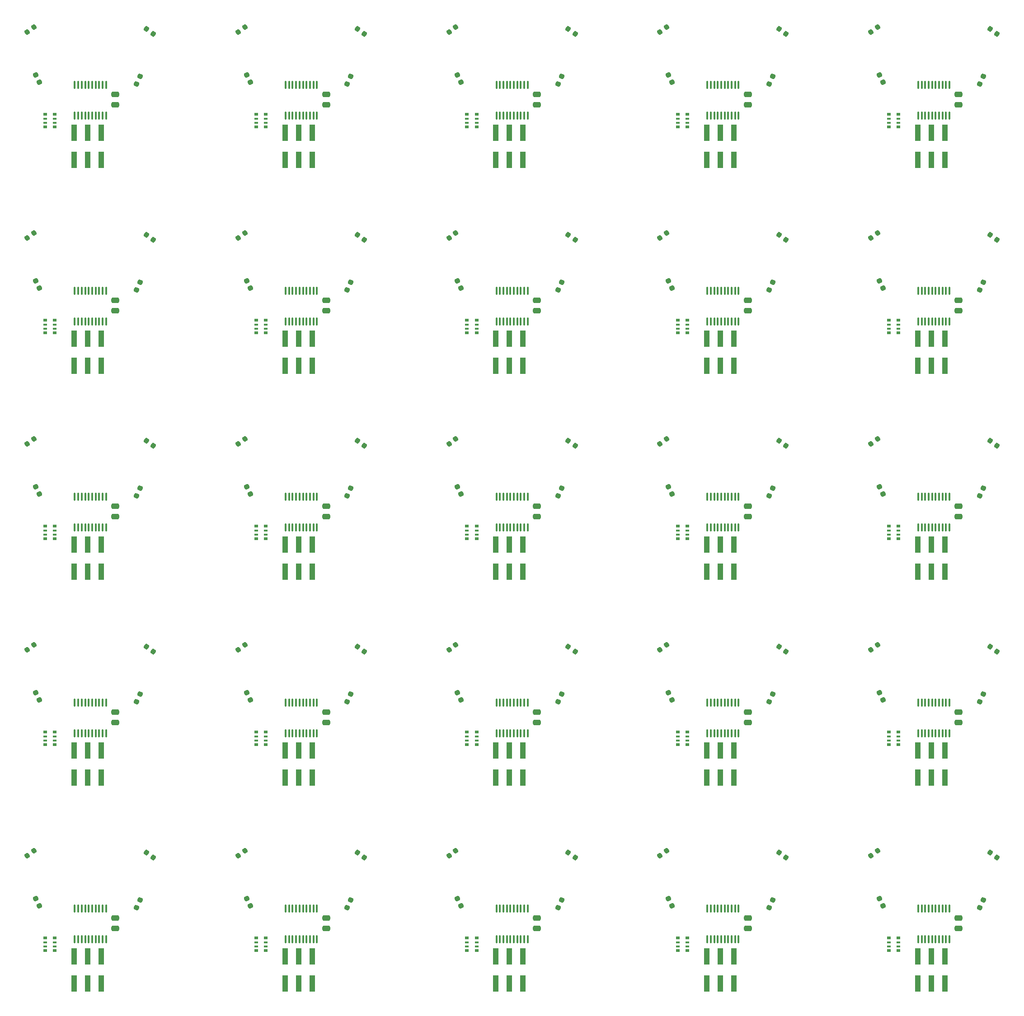
<source format=gbr>
%TF.GenerationSoftware,KiCad,Pcbnew,9.0.2*%
%TF.CreationDate,2025-06-25T16:30:57-05:00*%
%TF.ProjectId,panel,70616e65-6c2e-46b6-9963-61645f706362,rev?*%
%TF.SameCoordinates,Original*%
%TF.FileFunction,Paste,Bot*%
%TF.FilePolarity,Positive*%
%FSLAX46Y46*%
G04 Gerber Fmt 4.6, Leading zero omitted, Abs format (unit mm)*
G04 Created by KiCad (PCBNEW 9.0.2) date 2025-06-25 16:30:57*
%MOMM*%
%LPD*%
G01*
G04 APERTURE LIST*
G04 Aperture macros list*
%AMRoundRect*
0 Rectangle with rounded corners*
0 $1 Rounding radius*
0 $2 $3 $4 $5 $6 $7 $8 $9 X,Y pos of 4 corners*
0 Add a 4 corners polygon primitive as box body*
4,1,4,$2,$3,$4,$5,$6,$7,$8,$9,$2,$3,0*
0 Add four circle primitives for the rounded corners*
1,1,$1+$1,$2,$3*
1,1,$1+$1,$4,$5*
1,1,$1+$1,$6,$7*
1,1,$1+$1,$8,$9*
0 Add four rect primitives between the rounded corners*
20,1,$1+$1,$2,$3,$4,$5,0*
20,1,$1+$1,$4,$5,$6,$7,0*
20,1,$1+$1,$6,$7,$8,$9,0*
20,1,$1+$1,$8,$9,$2,$3,0*%
G04 Aperture macros list end*
%ADD10R,1.000000X3.150000*%
%ADD11RoundRect,0.218750X0.134422X-0.308944X0.326210X0.084279X-0.134422X0.308944X-0.326210X-0.084279X0*%
%ADD12RoundRect,0.100000X-0.100000X0.637500X-0.100000X-0.637500X0.100000X-0.637500X0.100000X0.637500X0*%
%ADD13RoundRect,0.218750X-0.326210X0.084279X-0.134422X-0.308944X0.326210X-0.084279X0.134422X0.308944X0*%
%ADD14RoundRect,0.218750X0.326168X0.084438X-0.032211X0.335378X-0.326168X-0.084438X0.032211X-0.335378X0*%
%ADD15RoundRect,0.218750X0.014614X0.336604X-0.330141X0.067252X-0.014614X-0.336604X0.330141X-0.067252X0*%
%ADD16R,0.800000X0.500000*%
%ADD17R,0.800000X0.400000*%
%ADD18RoundRect,0.250000X0.475000X-0.250000X0.475000X0.250000X-0.475000X0.250000X-0.475000X-0.250000X0*%
G04 APERTURE END LIST*
D10*
%TO.C,J1*%
X105941184Y-132171164D03*
X105941184Y-137221164D03*
X108481184Y-132171164D03*
X108481184Y-137221164D03*
X111021184Y-132171164D03*
X111021184Y-137221164D03*
%TD*%
D11*
%TO.C,D6*%
X196598408Y-200211574D03*
X197288842Y-198795974D03*
%TD*%
D12*
%TO.C,U1*%
X66547572Y-84613459D03*
X67197572Y-84613459D03*
X67847572Y-84613459D03*
X68497572Y-84613459D03*
X69147572Y-84613459D03*
X69797572Y-84613459D03*
X70447572Y-84613459D03*
X71097572Y-84613459D03*
X71747572Y-84613459D03*
X72397572Y-84613459D03*
X72397572Y-90338459D03*
X71747572Y-90338459D03*
X71097572Y-90338459D03*
X70447572Y-90338459D03*
X69797572Y-90338459D03*
X69147572Y-90338459D03*
X68497572Y-90338459D03*
X67847572Y-90338459D03*
X67197572Y-90338459D03*
X66547572Y-90338459D03*
%TD*%
D13*
%TO.C,D2*%
X59227355Y-121288364D03*
X59917789Y-122703964D03*
%TD*%
%TO.C,D2*%
X138244579Y-82680659D03*
X138935013Y-84096259D03*
%TD*%
D14*
%TO.C,D8*%
X199798408Y-152203869D03*
X198508244Y-151300487D03*
%TD*%
D13*
%TO.C,D2*%
X98735967Y-198503774D03*
X99426401Y-199919374D03*
%TD*%
%TO.C,D2*%
X98735967Y-82680659D03*
X99426401Y-84096259D03*
%TD*%
D15*
%TO.C,D4*%
X98405002Y-112305136D03*
X97163886Y-113274802D03*
%TD*%
D11*
%TO.C,D6*%
X196598408Y-161603869D03*
X197288842Y-160188269D03*
%TD*%
D16*
%TO.C,RN1*%
X219057020Y-53880754D03*
D17*
X219057020Y-53080754D03*
X219057020Y-52280754D03*
D16*
X219057020Y-51480754D03*
X220857020Y-51480754D03*
D17*
X220857020Y-52280754D03*
X220857020Y-53080754D03*
D16*
X220857020Y-53880754D03*
%TD*%
D15*
%TO.C,D4*%
X98405002Y-35089726D03*
X97163886Y-36059392D03*
%TD*%
D18*
%TO.C,C1*%
X192648408Y-88288459D03*
X192648408Y-86388459D03*
%TD*%
D11*
%TO.C,D6*%
X78072572Y-45780754D03*
X78763006Y-44365154D03*
%TD*%
%TO.C,D6*%
X196598408Y-84388459D03*
X197288842Y-82972859D03*
%TD*%
D13*
%TO.C,D2*%
X138244579Y-198503774D03*
X138935013Y-199919374D03*
%TD*%
%TO.C,D2*%
X217261803Y-44072954D03*
X217952237Y-45488554D03*
%TD*%
D12*
%TO.C,U1*%
X224582020Y-200436574D03*
X225232020Y-200436574D03*
X225882020Y-200436574D03*
X226532020Y-200436574D03*
X227182020Y-200436574D03*
X227832020Y-200436574D03*
X228482020Y-200436574D03*
X229132020Y-200436574D03*
X229782020Y-200436574D03*
X230432020Y-200436574D03*
X230432020Y-206161574D03*
X229782020Y-206161574D03*
X229132020Y-206161574D03*
X228482020Y-206161574D03*
X227832020Y-206161574D03*
X227182020Y-206161574D03*
X226532020Y-206161574D03*
X225882020Y-206161574D03*
X225232020Y-206161574D03*
X224582020Y-206161574D03*
%TD*%
D16*
%TO.C,RN1*%
X61022572Y-169703869D03*
D17*
X61022572Y-168903869D03*
X61022572Y-168103869D03*
D16*
X61022572Y-167303869D03*
X62822572Y-167303869D03*
D17*
X62822572Y-168103869D03*
X62822572Y-168903869D03*
D16*
X62822572Y-169703869D03*
%TD*%
D12*
%TO.C,U1*%
X185073408Y-46005754D03*
X185723408Y-46005754D03*
X186373408Y-46005754D03*
X187023408Y-46005754D03*
X187673408Y-46005754D03*
X188323408Y-46005754D03*
X188973408Y-46005754D03*
X189623408Y-46005754D03*
X190273408Y-46005754D03*
X190923408Y-46005754D03*
X190923408Y-51730754D03*
X190273408Y-51730754D03*
X189623408Y-51730754D03*
X188973408Y-51730754D03*
X188323408Y-51730754D03*
X187673408Y-51730754D03*
X187023408Y-51730754D03*
X186373408Y-51730754D03*
X185723408Y-51730754D03*
X185073408Y-51730754D03*
%TD*%
D10*
%TO.C,J1*%
X224467020Y-170778869D03*
X224467020Y-175828869D03*
X227007020Y-170778869D03*
X227007020Y-175828869D03*
X229547020Y-170778869D03*
X229547020Y-175828869D03*
%TD*%
%TO.C,J1*%
X224467020Y-54955754D03*
X224467020Y-60005754D03*
X227007020Y-54955754D03*
X227007020Y-60005754D03*
X229547020Y-54955754D03*
X229547020Y-60005754D03*
%TD*%
D12*
%TO.C,U1*%
X106056184Y-161828869D03*
X106706184Y-161828869D03*
X107356184Y-161828869D03*
X108006184Y-161828869D03*
X108656184Y-161828869D03*
X109306184Y-161828869D03*
X109956184Y-161828869D03*
X110606184Y-161828869D03*
X111256184Y-161828869D03*
X111906184Y-161828869D03*
X111906184Y-167553869D03*
X111256184Y-167553869D03*
X110606184Y-167553869D03*
X109956184Y-167553869D03*
X109306184Y-167553869D03*
X108656184Y-167553869D03*
X108006184Y-167553869D03*
X107356184Y-167553869D03*
X106706184Y-167553869D03*
X106056184Y-167553869D03*
%TD*%
%TO.C,U1*%
X145564796Y-200436574D03*
X146214796Y-200436574D03*
X146864796Y-200436574D03*
X147514796Y-200436574D03*
X148164796Y-200436574D03*
X148814796Y-200436574D03*
X149464796Y-200436574D03*
X150114796Y-200436574D03*
X150764796Y-200436574D03*
X151414796Y-200436574D03*
X151414796Y-206161574D03*
X150764796Y-206161574D03*
X150114796Y-206161574D03*
X149464796Y-206161574D03*
X148814796Y-206161574D03*
X148164796Y-206161574D03*
X147514796Y-206161574D03*
X146864796Y-206161574D03*
X146214796Y-206161574D03*
X145564796Y-206161574D03*
%TD*%
D10*
%TO.C,J1*%
X184958408Y-54955754D03*
X184958408Y-60005754D03*
X187498408Y-54955754D03*
X187498408Y-60005754D03*
X190038408Y-54955754D03*
X190038408Y-60005754D03*
%TD*%
D15*
%TO.C,D4*%
X137913614Y-35089726D03*
X136672498Y-36059392D03*
%TD*%
D14*
%TO.C,D8*%
X120781184Y-190811574D03*
X119491020Y-189908192D03*
%TD*%
D12*
%TO.C,U1*%
X224582020Y-84613459D03*
X225232020Y-84613459D03*
X225882020Y-84613459D03*
X226532020Y-84613459D03*
X227182020Y-84613459D03*
X227832020Y-84613459D03*
X228482020Y-84613459D03*
X229132020Y-84613459D03*
X229782020Y-84613459D03*
X230432020Y-84613459D03*
X230432020Y-90338459D03*
X229782020Y-90338459D03*
X229132020Y-90338459D03*
X228482020Y-90338459D03*
X227832020Y-90338459D03*
X227182020Y-90338459D03*
X226532020Y-90338459D03*
X225882020Y-90338459D03*
X225232020Y-90338459D03*
X224582020Y-90338459D03*
%TD*%
D14*
%TO.C,D8*%
X160289796Y-74988459D03*
X158999632Y-74085077D03*
%TD*%
D18*
%TO.C,C1*%
X153139796Y-88288459D03*
X153139796Y-86388459D03*
%TD*%
D10*
%TO.C,J1*%
X184958408Y-170778869D03*
X184958408Y-175828869D03*
X187498408Y-170778869D03*
X187498408Y-175828869D03*
X190038408Y-170778869D03*
X190038408Y-175828869D03*
%TD*%
D18*
%TO.C,C1*%
X192648408Y-165503869D03*
X192648408Y-163603869D03*
%TD*%
D12*
%TO.C,U1*%
X145564796Y-84613459D03*
X146214796Y-84613459D03*
X146864796Y-84613459D03*
X147514796Y-84613459D03*
X148164796Y-84613459D03*
X148814796Y-84613459D03*
X149464796Y-84613459D03*
X150114796Y-84613459D03*
X150764796Y-84613459D03*
X151414796Y-84613459D03*
X151414796Y-90338459D03*
X150764796Y-90338459D03*
X150114796Y-90338459D03*
X149464796Y-90338459D03*
X148814796Y-90338459D03*
X148164796Y-90338459D03*
X147514796Y-90338459D03*
X146864796Y-90338459D03*
X146214796Y-90338459D03*
X145564796Y-90338459D03*
%TD*%
D16*
%TO.C,RN1*%
X179548408Y-169703869D03*
D17*
X179548408Y-168903869D03*
X179548408Y-168103869D03*
D16*
X179548408Y-167303869D03*
X181348408Y-167303869D03*
D17*
X181348408Y-168103869D03*
X181348408Y-168903869D03*
D16*
X181348408Y-169703869D03*
%TD*%
D11*
%TO.C,D6*%
X117581184Y-200211574D03*
X118271618Y-198795974D03*
%TD*%
%TO.C,D6*%
X117581184Y-45780754D03*
X118271618Y-44365154D03*
%TD*%
D13*
%TO.C,D2*%
X98735967Y-121288364D03*
X99426401Y-122703964D03*
%TD*%
D10*
%TO.C,J1*%
X145449796Y-54955754D03*
X145449796Y-60005754D03*
X147989796Y-54955754D03*
X147989796Y-60005754D03*
X150529796Y-54955754D03*
X150529796Y-60005754D03*
%TD*%
D14*
%TO.C,D8*%
X81272572Y-74988459D03*
X79982408Y-74085077D03*
%TD*%
D11*
%TO.C,D6*%
X117581184Y-84388459D03*
X118271618Y-82972859D03*
%TD*%
D12*
%TO.C,U1*%
X185073408Y-123221164D03*
X185723408Y-123221164D03*
X186373408Y-123221164D03*
X187023408Y-123221164D03*
X187673408Y-123221164D03*
X188323408Y-123221164D03*
X188973408Y-123221164D03*
X189623408Y-123221164D03*
X190273408Y-123221164D03*
X190923408Y-123221164D03*
X190923408Y-128946164D03*
X190273408Y-128946164D03*
X189623408Y-128946164D03*
X188973408Y-128946164D03*
X188323408Y-128946164D03*
X187673408Y-128946164D03*
X187023408Y-128946164D03*
X186373408Y-128946164D03*
X185723408Y-128946164D03*
X185073408Y-128946164D03*
%TD*%
D13*
%TO.C,D2*%
X138244579Y-121288364D03*
X138935013Y-122703964D03*
%TD*%
D15*
%TO.C,D4*%
X216930838Y-112305136D03*
X215689722Y-113274802D03*
%TD*%
D14*
%TO.C,D8*%
X239307020Y-152203869D03*
X238016856Y-151300487D03*
%TD*%
D12*
%TO.C,U1*%
X66547572Y-123221164D03*
X67197572Y-123221164D03*
X67847572Y-123221164D03*
X68497572Y-123221164D03*
X69147572Y-123221164D03*
X69797572Y-123221164D03*
X70447572Y-123221164D03*
X71097572Y-123221164D03*
X71747572Y-123221164D03*
X72397572Y-123221164D03*
X72397572Y-128946164D03*
X71747572Y-128946164D03*
X71097572Y-128946164D03*
X70447572Y-128946164D03*
X69797572Y-128946164D03*
X69147572Y-128946164D03*
X68497572Y-128946164D03*
X67847572Y-128946164D03*
X67197572Y-128946164D03*
X66547572Y-128946164D03*
%TD*%
D16*
%TO.C,RN1*%
X140039796Y-208311574D03*
D17*
X140039796Y-207511574D03*
X140039796Y-206711574D03*
D16*
X140039796Y-205911574D03*
X141839796Y-205911574D03*
D17*
X141839796Y-206711574D03*
X141839796Y-207511574D03*
D16*
X141839796Y-208311574D03*
%TD*%
%TO.C,RN1*%
X100531184Y-53880754D03*
D17*
X100531184Y-53080754D03*
X100531184Y-52280754D03*
D16*
X100531184Y-51480754D03*
X102331184Y-51480754D03*
D17*
X102331184Y-52280754D03*
X102331184Y-53080754D03*
D16*
X102331184Y-53880754D03*
%TD*%
D13*
%TO.C,D2*%
X59227355Y-159896069D03*
X59917789Y-161311669D03*
%TD*%
D14*
%TO.C,D8*%
X199798408Y-36380754D03*
X198508244Y-35477372D03*
%TD*%
D11*
%TO.C,D6*%
X157089796Y-122996164D03*
X157780230Y-121580564D03*
%TD*%
D18*
%TO.C,C1*%
X113631184Y-88288459D03*
X113631184Y-86388459D03*
%TD*%
D11*
%TO.C,D6*%
X117581184Y-161603869D03*
X118271618Y-160188269D03*
%TD*%
D12*
%TO.C,U1*%
X224582020Y-46005754D03*
X225232020Y-46005754D03*
X225882020Y-46005754D03*
X226532020Y-46005754D03*
X227182020Y-46005754D03*
X227832020Y-46005754D03*
X228482020Y-46005754D03*
X229132020Y-46005754D03*
X229782020Y-46005754D03*
X230432020Y-46005754D03*
X230432020Y-51730754D03*
X229782020Y-51730754D03*
X229132020Y-51730754D03*
X228482020Y-51730754D03*
X227832020Y-51730754D03*
X227182020Y-51730754D03*
X226532020Y-51730754D03*
X225882020Y-51730754D03*
X225232020Y-51730754D03*
X224582020Y-51730754D03*
%TD*%
D11*
%TO.C,D6*%
X236107020Y-84388459D03*
X236797454Y-82972859D03*
%TD*%
D15*
%TO.C,D4*%
X58896390Y-112305136D03*
X57655274Y-113274802D03*
%TD*%
D13*
%TO.C,D2*%
X177753191Y-198503774D03*
X178443625Y-199919374D03*
%TD*%
D16*
%TO.C,RN1*%
X140039796Y-92488459D03*
D17*
X140039796Y-91688459D03*
X140039796Y-90888459D03*
D16*
X140039796Y-90088459D03*
X141839796Y-90088459D03*
D17*
X141839796Y-90888459D03*
X141839796Y-91688459D03*
D16*
X141839796Y-92488459D03*
%TD*%
D10*
%TO.C,J1*%
X66432572Y-170778869D03*
X66432572Y-175828869D03*
X68972572Y-170778869D03*
X68972572Y-175828869D03*
X71512572Y-170778869D03*
X71512572Y-175828869D03*
%TD*%
D14*
%TO.C,D8*%
X81272572Y-152203869D03*
X79982408Y-151300487D03*
%TD*%
%TO.C,D8*%
X120781184Y-152203869D03*
X119491020Y-151300487D03*
%TD*%
D15*
%TO.C,D4*%
X137913614Y-189520546D03*
X136672498Y-190490212D03*
%TD*%
D16*
%TO.C,RN1*%
X100531184Y-169703869D03*
D17*
X100531184Y-168903869D03*
X100531184Y-168103869D03*
D16*
X100531184Y-167303869D03*
X102331184Y-167303869D03*
D17*
X102331184Y-168103869D03*
X102331184Y-168903869D03*
D16*
X102331184Y-169703869D03*
%TD*%
D12*
%TO.C,U1*%
X145564796Y-123221164D03*
X146214796Y-123221164D03*
X146864796Y-123221164D03*
X147514796Y-123221164D03*
X148164796Y-123221164D03*
X148814796Y-123221164D03*
X149464796Y-123221164D03*
X150114796Y-123221164D03*
X150764796Y-123221164D03*
X151414796Y-123221164D03*
X151414796Y-128946164D03*
X150764796Y-128946164D03*
X150114796Y-128946164D03*
X149464796Y-128946164D03*
X148814796Y-128946164D03*
X148164796Y-128946164D03*
X147514796Y-128946164D03*
X146864796Y-128946164D03*
X146214796Y-128946164D03*
X145564796Y-128946164D03*
%TD*%
D10*
%TO.C,J1*%
X66432572Y-209386574D03*
X66432572Y-214436574D03*
X68972572Y-209386574D03*
X68972572Y-214436574D03*
X71512572Y-209386574D03*
X71512572Y-214436574D03*
%TD*%
D18*
%TO.C,C1*%
X232157020Y-204111574D03*
X232157020Y-202211574D03*
%TD*%
D15*
%TO.C,D4*%
X58896390Y-35089726D03*
X57655274Y-36059392D03*
%TD*%
D18*
%TO.C,C1*%
X232157020Y-49680754D03*
X232157020Y-47780754D03*
%TD*%
D14*
%TO.C,D8*%
X120781184Y-36380754D03*
X119491020Y-35477372D03*
%TD*%
D18*
%TO.C,C1*%
X74122572Y-49680754D03*
X74122572Y-47780754D03*
%TD*%
D15*
%TO.C,D4*%
X137913614Y-73697431D03*
X136672498Y-74667097D03*
%TD*%
%TO.C,D4*%
X216930838Y-150912841D03*
X215689722Y-151882507D03*
%TD*%
D14*
%TO.C,D8*%
X81272572Y-36380754D03*
X79982408Y-35477372D03*
%TD*%
%TO.C,D8*%
X239307020Y-113596164D03*
X238016856Y-112692782D03*
%TD*%
D10*
%TO.C,J1*%
X105941184Y-54955754D03*
X105941184Y-60005754D03*
X108481184Y-54955754D03*
X108481184Y-60005754D03*
X111021184Y-54955754D03*
X111021184Y-60005754D03*
%TD*%
D14*
%TO.C,D8*%
X120781184Y-74988459D03*
X119491020Y-74085077D03*
%TD*%
D12*
%TO.C,U1*%
X66547572Y-161828869D03*
X67197572Y-161828869D03*
X67847572Y-161828869D03*
X68497572Y-161828869D03*
X69147572Y-161828869D03*
X69797572Y-161828869D03*
X70447572Y-161828869D03*
X71097572Y-161828869D03*
X71747572Y-161828869D03*
X72397572Y-161828869D03*
X72397572Y-167553869D03*
X71747572Y-167553869D03*
X71097572Y-167553869D03*
X70447572Y-167553869D03*
X69797572Y-167553869D03*
X69147572Y-167553869D03*
X68497572Y-167553869D03*
X67847572Y-167553869D03*
X67197572Y-167553869D03*
X66547572Y-167553869D03*
%TD*%
D11*
%TO.C,D6*%
X196598408Y-45780754D03*
X197288842Y-44365154D03*
%TD*%
D18*
%TO.C,C1*%
X74122572Y-126896164D03*
X74122572Y-124996164D03*
%TD*%
D10*
%TO.C,J1*%
X145449796Y-209386574D03*
X145449796Y-214436574D03*
X147989796Y-209386574D03*
X147989796Y-214436574D03*
X150529796Y-209386574D03*
X150529796Y-214436574D03*
%TD*%
D12*
%TO.C,U1*%
X224582020Y-123221164D03*
X225232020Y-123221164D03*
X225882020Y-123221164D03*
X226532020Y-123221164D03*
X227182020Y-123221164D03*
X227832020Y-123221164D03*
X228482020Y-123221164D03*
X229132020Y-123221164D03*
X229782020Y-123221164D03*
X230432020Y-123221164D03*
X230432020Y-128946164D03*
X229782020Y-128946164D03*
X229132020Y-128946164D03*
X228482020Y-128946164D03*
X227832020Y-128946164D03*
X227182020Y-128946164D03*
X226532020Y-128946164D03*
X225882020Y-128946164D03*
X225232020Y-128946164D03*
X224582020Y-128946164D03*
%TD*%
D18*
%TO.C,C1*%
X192648408Y-49680754D03*
X192648408Y-47780754D03*
%TD*%
D16*
%TO.C,RN1*%
X61022572Y-53880754D03*
D17*
X61022572Y-53080754D03*
X61022572Y-52280754D03*
D16*
X61022572Y-51480754D03*
X62822572Y-51480754D03*
D17*
X62822572Y-52280754D03*
X62822572Y-53080754D03*
D16*
X62822572Y-53880754D03*
%TD*%
%TO.C,RN1*%
X100531184Y-208311574D03*
D17*
X100531184Y-207511574D03*
X100531184Y-206711574D03*
D16*
X100531184Y-205911574D03*
X102331184Y-205911574D03*
D17*
X102331184Y-206711574D03*
X102331184Y-207511574D03*
D16*
X102331184Y-208311574D03*
%TD*%
D14*
%TO.C,D8*%
X239307020Y-74988459D03*
X238016856Y-74085077D03*
%TD*%
D15*
%TO.C,D4*%
X216930838Y-73697431D03*
X215689722Y-74667097D03*
%TD*%
D11*
%TO.C,D6*%
X157089796Y-200211574D03*
X157780230Y-198795974D03*
%TD*%
D18*
%TO.C,C1*%
X153139796Y-126896164D03*
X153139796Y-124996164D03*
%TD*%
D12*
%TO.C,U1*%
X106056184Y-200436574D03*
X106706184Y-200436574D03*
X107356184Y-200436574D03*
X108006184Y-200436574D03*
X108656184Y-200436574D03*
X109306184Y-200436574D03*
X109956184Y-200436574D03*
X110606184Y-200436574D03*
X111256184Y-200436574D03*
X111906184Y-200436574D03*
X111906184Y-206161574D03*
X111256184Y-206161574D03*
X110606184Y-206161574D03*
X109956184Y-206161574D03*
X109306184Y-206161574D03*
X108656184Y-206161574D03*
X108006184Y-206161574D03*
X107356184Y-206161574D03*
X106706184Y-206161574D03*
X106056184Y-206161574D03*
%TD*%
D11*
%TO.C,D6*%
X196598408Y-122996164D03*
X197288842Y-121580564D03*
%TD*%
D10*
%TO.C,J1*%
X105941184Y-209386574D03*
X105941184Y-214436574D03*
X108481184Y-209386574D03*
X108481184Y-214436574D03*
X111021184Y-209386574D03*
X111021184Y-214436574D03*
%TD*%
D13*
%TO.C,D2*%
X217261803Y-121288364D03*
X217952237Y-122703964D03*
%TD*%
D18*
%TO.C,C1*%
X113631184Y-165503869D03*
X113631184Y-163603869D03*
%TD*%
D11*
%TO.C,D6*%
X78072572Y-84388459D03*
X78763006Y-82972859D03*
%TD*%
D10*
%TO.C,J1*%
X66432572Y-54955754D03*
X66432572Y-60005754D03*
X68972572Y-54955754D03*
X68972572Y-60005754D03*
X71512572Y-54955754D03*
X71512572Y-60005754D03*
%TD*%
D16*
%TO.C,RN1*%
X179548408Y-92488459D03*
D17*
X179548408Y-91688459D03*
X179548408Y-90888459D03*
D16*
X179548408Y-90088459D03*
X181348408Y-90088459D03*
D17*
X181348408Y-90888459D03*
X181348408Y-91688459D03*
D16*
X181348408Y-92488459D03*
%TD*%
D15*
%TO.C,D4*%
X216930838Y-35089726D03*
X215689722Y-36059392D03*
%TD*%
D12*
%TO.C,U1*%
X185073408Y-200436574D03*
X185723408Y-200436574D03*
X186373408Y-200436574D03*
X187023408Y-200436574D03*
X187673408Y-200436574D03*
X188323408Y-200436574D03*
X188973408Y-200436574D03*
X189623408Y-200436574D03*
X190273408Y-200436574D03*
X190923408Y-200436574D03*
X190923408Y-206161574D03*
X190273408Y-206161574D03*
X189623408Y-206161574D03*
X188973408Y-206161574D03*
X188323408Y-206161574D03*
X187673408Y-206161574D03*
X187023408Y-206161574D03*
X186373408Y-206161574D03*
X185723408Y-206161574D03*
X185073408Y-206161574D03*
%TD*%
D11*
%TO.C,D6*%
X157089796Y-84388459D03*
X157780230Y-82972859D03*
%TD*%
%TO.C,D6*%
X157089796Y-45780754D03*
X157780230Y-44365154D03*
%TD*%
D12*
%TO.C,U1*%
X66547572Y-200436574D03*
X67197572Y-200436574D03*
X67847572Y-200436574D03*
X68497572Y-200436574D03*
X69147572Y-200436574D03*
X69797572Y-200436574D03*
X70447572Y-200436574D03*
X71097572Y-200436574D03*
X71747572Y-200436574D03*
X72397572Y-200436574D03*
X72397572Y-206161574D03*
X71747572Y-206161574D03*
X71097572Y-206161574D03*
X70447572Y-206161574D03*
X69797572Y-206161574D03*
X69147572Y-206161574D03*
X68497572Y-206161574D03*
X67847572Y-206161574D03*
X67197572Y-206161574D03*
X66547572Y-206161574D03*
%TD*%
D14*
%TO.C,D8*%
X239307020Y-190811574D03*
X238016856Y-189908192D03*
%TD*%
D18*
%TO.C,C1*%
X192648408Y-204111574D03*
X192648408Y-202211574D03*
%TD*%
D10*
%TO.C,J1*%
X66432572Y-93563459D03*
X66432572Y-98613459D03*
X68972572Y-93563459D03*
X68972572Y-98613459D03*
X71512572Y-93563459D03*
X71512572Y-98613459D03*
%TD*%
D12*
%TO.C,U1*%
X185073408Y-84613459D03*
X185723408Y-84613459D03*
X186373408Y-84613459D03*
X187023408Y-84613459D03*
X187673408Y-84613459D03*
X188323408Y-84613459D03*
X188973408Y-84613459D03*
X189623408Y-84613459D03*
X190273408Y-84613459D03*
X190923408Y-84613459D03*
X190923408Y-90338459D03*
X190273408Y-90338459D03*
X189623408Y-90338459D03*
X188973408Y-90338459D03*
X188323408Y-90338459D03*
X187673408Y-90338459D03*
X187023408Y-90338459D03*
X186373408Y-90338459D03*
X185723408Y-90338459D03*
X185073408Y-90338459D03*
%TD*%
D10*
%TO.C,J1*%
X184958408Y-209386574D03*
X184958408Y-214436574D03*
X187498408Y-209386574D03*
X187498408Y-214436574D03*
X190038408Y-209386574D03*
X190038408Y-214436574D03*
%TD*%
%TO.C,J1*%
X105941184Y-170778869D03*
X105941184Y-175828869D03*
X108481184Y-170778869D03*
X108481184Y-175828869D03*
X111021184Y-170778869D03*
X111021184Y-175828869D03*
%TD*%
D14*
%TO.C,D8*%
X81272572Y-190811574D03*
X79982408Y-189908192D03*
%TD*%
D18*
%TO.C,C1*%
X113631184Y-126896164D03*
X113631184Y-124996164D03*
%TD*%
D15*
%TO.C,D4*%
X137913614Y-150912841D03*
X136672498Y-151882507D03*
%TD*%
D18*
%TO.C,C1*%
X74122572Y-88288459D03*
X74122572Y-86388459D03*
%TD*%
D15*
%TO.C,D4*%
X98405002Y-189520546D03*
X97163886Y-190490212D03*
%TD*%
D18*
%TO.C,C1*%
X232157020Y-126896164D03*
X232157020Y-124996164D03*
%TD*%
D13*
%TO.C,D2*%
X217261803Y-198503774D03*
X217952237Y-199919374D03*
%TD*%
D16*
%TO.C,RN1*%
X140039796Y-169703869D03*
D17*
X140039796Y-168903869D03*
X140039796Y-168103869D03*
D16*
X140039796Y-167303869D03*
X141839796Y-167303869D03*
D17*
X141839796Y-168103869D03*
X141839796Y-168903869D03*
D16*
X141839796Y-169703869D03*
%TD*%
D14*
%TO.C,D8*%
X199798408Y-74988459D03*
X198508244Y-74085077D03*
%TD*%
D13*
%TO.C,D2*%
X138244579Y-44072954D03*
X138935013Y-45488554D03*
%TD*%
D15*
%TO.C,D4*%
X98405002Y-150912841D03*
X97163886Y-151882507D03*
%TD*%
D16*
%TO.C,RN1*%
X219057020Y-208311574D03*
D17*
X219057020Y-207511574D03*
X219057020Y-206711574D03*
D16*
X219057020Y-205911574D03*
X220857020Y-205911574D03*
D17*
X220857020Y-206711574D03*
X220857020Y-207511574D03*
D16*
X220857020Y-208311574D03*
%TD*%
%TO.C,RN1*%
X61022572Y-92488459D03*
D17*
X61022572Y-91688459D03*
X61022572Y-90888459D03*
D16*
X61022572Y-90088459D03*
X62822572Y-90088459D03*
D17*
X62822572Y-90888459D03*
X62822572Y-91688459D03*
D16*
X62822572Y-92488459D03*
%TD*%
D14*
%TO.C,D8*%
X160289796Y-113596164D03*
X158999632Y-112692782D03*
%TD*%
D10*
%TO.C,J1*%
X224467020Y-209386574D03*
X224467020Y-214436574D03*
X227007020Y-209386574D03*
X227007020Y-214436574D03*
X229547020Y-209386574D03*
X229547020Y-214436574D03*
%TD*%
D18*
%TO.C,C1*%
X74122572Y-165503869D03*
X74122572Y-163603869D03*
%TD*%
D16*
%TO.C,RN1*%
X100531184Y-92488459D03*
D17*
X100531184Y-91688459D03*
X100531184Y-90888459D03*
D16*
X100531184Y-90088459D03*
X102331184Y-90088459D03*
D17*
X102331184Y-90888459D03*
X102331184Y-91688459D03*
D16*
X102331184Y-92488459D03*
%TD*%
D12*
%TO.C,U1*%
X106056184Y-123221164D03*
X106706184Y-123221164D03*
X107356184Y-123221164D03*
X108006184Y-123221164D03*
X108656184Y-123221164D03*
X109306184Y-123221164D03*
X109956184Y-123221164D03*
X110606184Y-123221164D03*
X111256184Y-123221164D03*
X111906184Y-123221164D03*
X111906184Y-128946164D03*
X111256184Y-128946164D03*
X110606184Y-128946164D03*
X109956184Y-128946164D03*
X109306184Y-128946164D03*
X108656184Y-128946164D03*
X108006184Y-128946164D03*
X107356184Y-128946164D03*
X106706184Y-128946164D03*
X106056184Y-128946164D03*
%TD*%
D14*
%TO.C,D8*%
X199798408Y-113596164D03*
X198508244Y-112692782D03*
%TD*%
D12*
%TO.C,U1*%
X145564796Y-161828869D03*
X146214796Y-161828869D03*
X146864796Y-161828869D03*
X147514796Y-161828869D03*
X148164796Y-161828869D03*
X148814796Y-161828869D03*
X149464796Y-161828869D03*
X150114796Y-161828869D03*
X150764796Y-161828869D03*
X151414796Y-161828869D03*
X151414796Y-167553869D03*
X150764796Y-167553869D03*
X150114796Y-167553869D03*
X149464796Y-167553869D03*
X148814796Y-167553869D03*
X148164796Y-167553869D03*
X147514796Y-167553869D03*
X146864796Y-167553869D03*
X146214796Y-167553869D03*
X145564796Y-167553869D03*
%TD*%
D15*
%TO.C,D4*%
X137913614Y-112305136D03*
X136672498Y-113274802D03*
%TD*%
D10*
%TO.C,J1*%
X145449796Y-132171164D03*
X145449796Y-137221164D03*
X147989796Y-132171164D03*
X147989796Y-137221164D03*
X150529796Y-132171164D03*
X150529796Y-137221164D03*
%TD*%
D18*
%TO.C,C1*%
X153139796Y-165503869D03*
X153139796Y-163603869D03*
%TD*%
D16*
%TO.C,RN1*%
X219057020Y-131096164D03*
D17*
X219057020Y-130296164D03*
X219057020Y-129496164D03*
D16*
X219057020Y-128696164D03*
X220857020Y-128696164D03*
D17*
X220857020Y-129496164D03*
X220857020Y-130296164D03*
D16*
X220857020Y-131096164D03*
%TD*%
D13*
%TO.C,D2*%
X177753191Y-82680659D03*
X178443625Y-84096259D03*
%TD*%
D16*
%TO.C,RN1*%
X100531184Y-131096164D03*
D17*
X100531184Y-130296164D03*
X100531184Y-129496164D03*
D16*
X100531184Y-128696164D03*
X102331184Y-128696164D03*
D17*
X102331184Y-129496164D03*
X102331184Y-130296164D03*
D16*
X102331184Y-131096164D03*
%TD*%
D15*
%TO.C,D4*%
X177422226Y-112305136D03*
X176181110Y-113274802D03*
%TD*%
D16*
%TO.C,RN1*%
X140039796Y-53880754D03*
D17*
X140039796Y-53080754D03*
X140039796Y-52280754D03*
D16*
X140039796Y-51480754D03*
X141839796Y-51480754D03*
D17*
X141839796Y-52280754D03*
X141839796Y-53080754D03*
D16*
X141839796Y-53880754D03*
%TD*%
%TO.C,RN1*%
X179548408Y-131096164D03*
D17*
X179548408Y-130296164D03*
X179548408Y-129496164D03*
D16*
X179548408Y-128696164D03*
X181348408Y-128696164D03*
D17*
X181348408Y-129496164D03*
X181348408Y-130296164D03*
D16*
X181348408Y-131096164D03*
%TD*%
D12*
%TO.C,U1*%
X185073408Y-161828869D03*
X185723408Y-161828869D03*
X186373408Y-161828869D03*
X187023408Y-161828869D03*
X187673408Y-161828869D03*
X188323408Y-161828869D03*
X188973408Y-161828869D03*
X189623408Y-161828869D03*
X190273408Y-161828869D03*
X190923408Y-161828869D03*
X190923408Y-167553869D03*
X190273408Y-167553869D03*
X189623408Y-167553869D03*
X188973408Y-167553869D03*
X188323408Y-167553869D03*
X187673408Y-167553869D03*
X187023408Y-167553869D03*
X186373408Y-167553869D03*
X185723408Y-167553869D03*
X185073408Y-167553869D03*
%TD*%
D11*
%TO.C,D6*%
X236107020Y-45780754D03*
X236797454Y-44365154D03*
%TD*%
D15*
%TO.C,D4*%
X177422226Y-189520546D03*
X176181110Y-190490212D03*
%TD*%
D11*
%TO.C,D6*%
X117581184Y-122996164D03*
X118271618Y-121580564D03*
%TD*%
D16*
%TO.C,RN1*%
X179548408Y-53880754D03*
D17*
X179548408Y-53080754D03*
X179548408Y-52280754D03*
D16*
X179548408Y-51480754D03*
X181348408Y-51480754D03*
D17*
X181348408Y-52280754D03*
X181348408Y-53080754D03*
D16*
X181348408Y-53880754D03*
%TD*%
%TO.C,RN1*%
X61022572Y-131096164D03*
D17*
X61022572Y-130296164D03*
X61022572Y-129496164D03*
D16*
X61022572Y-128696164D03*
X62822572Y-128696164D03*
D17*
X62822572Y-129496164D03*
X62822572Y-130296164D03*
D16*
X62822572Y-131096164D03*
%TD*%
D14*
%TO.C,D8*%
X199798408Y-190811574D03*
X198508244Y-189908192D03*
%TD*%
D18*
%TO.C,C1*%
X232157020Y-165503869D03*
X232157020Y-163603869D03*
%TD*%
D12*
%TO.C,U1*%
X145564796Y-46005754D03*
X146214796Y-46005754D03*
X146864796Y-46005754D03*
X147514796Y-46005754D03*
X148164796Y-46005754D03*
X148814796Y-46005754D03*
X149464796Y-46005754D03*
X150114796Y-46005754D03*
X150764796Y-46005754D03*
X151414796Y-46005754D03*
X151414796Y-51730754D03*
X150764796Y-51730754D03*
X150114796Y-51730754D03*
X149464796Y-51730754D03*
X148814796Y-51730754D03*
X148164796Y-51730754D03*
X147514796Y-51730754D03*
X146864796Y-51730754D03*
X146214796Y-51730754D03*
X145564796Y-51730754D03*
%TD*%
D15*
%TO.C,D4*%
X177422226Y-35089726D03*
X176181110Y-36059392D03*
%TD*%
%TO.C,D4*%
X177422226Y-73697431D03*
X176181110Y-74667097D03*
%TD*%
D13*
%TO.C,D2*%
X59227355Y-82680659D03*
X59917789Y-84096259D03*
%TD*%
D16*
%TO.C,RN1*%
X219057020Y-169703869D03*
D17*
X219057020Y-168903869D03*
X219057020Y-168103869D03*
D16*
X219057020Y-167303869D03*
X220857020Y-167303869D03*
D17*
X220857020Y-168103869D03*
X220857020Y-168903869D03*
D16*
X220857020Y-169703869D03*
%TD*%
D13*
%TO.C,D2*%
X98735967Y-44072954D03*
X99426401Y-45488554D03*
%TD*%
%TO.C,D2*%
X217261803Y-159896069D03*
X217952237Y-161311669D03*
%TD*%
D16*
%TO.C,RN1*%
X179548408Y-208311574D03*
D17*
X179548408Y-207511574D03*
X179548408Y-206711574D03*
D16*
X179548408Y-205911574D03*
X181348408Y-205911574D03*
D17*
X181348408Y-206711574D03*
X181348408Y-207511574D03*
D16*
X181348408Y-208311574D03*
%TD*%
D14*
%TO.C,D8*%
X160289796Y-152203869D03*
X158999632Y-151300487D03*
%TD*%
D15*
%TO.C,D4*%
X216930838Y-189520546D03*
X215689722Y-190490212D03*
%TD*%
D13*
%TO.C,D2*%
X177753191Y-44072954D03*
X178443625Y-45488554D03*
%TD*%
D12*
%TO.C,U1*%
X106056184Y-84613459D03*
X106706184Y-84613459D03*
X107356184Y-84613459D03*
X108006184Y-84613459D03*
X108656184Y-84613459D03*
X109306184Y-84613459D03*
X109956184Y-84613459D03*
X110606184Y-84613459D03*
X111256184Y-84613459D03*
X111906184Y-84613459D03*
X111906184Y-90338459D03*
X111256184Y-90338459D03*
X110606184Y-90338459D03*
X109956184Y-90338459D03*
X109306184Y-90338459D03*
X108656184Y-90338459D03*
X108006184Y-90338459D03*
X107356184Y-90338459D03*
X106706184Y-90338459D03*
X106056184Y-90338459D03*
%TD*%
D15*
%TO.C,D4*%
X58896390Y-150912841D03*
X57655274Y-151882507D03*
%TD*%
%TO.C,D4*%
X58896390Y-73697431D03*
X57655274Y-74667097D03*
%TD*%
%TO.C,D4*%
X177422226Y-150912841D03*
X176181110Y-151882507D03*
%TD*%
D11*
%TO.C,D6*%
X236107020Y-122996164D03*
X236797454Y-121580564D03*
%TD*%
D15*
%TO.C,D4*%
X58896390Y-189520546D03*
X57655274Y-190490212D03*
%TD*%
D18*
%TO.C,C1*%
X113631184Y-49680754D03*
X113631184Y-47780754D03*
%TD*%
D11*
%TO.C,D6*%
X78072572Y-200211574D03*
X78763006Y-198795974D03*
%TD*%
D18*
%TO.C,C1*%
X153139796Y-49680754D03*
X153139796Y-47780754D03*
%TD*%
D11*
%TO.C,D6*%
X78072572Y-161603869D03*
X78763006Y-160188269D03*
%TD*%
D18*
%TO.C,C1*%
X192648408Y-126896164D03*
X192648408Y-124996164D03*
%TD*%
%TO.C,C1*%
X113631184Y-204111574D03*
X113631184Y-202211574D03*
%TD*%
D13*
%TO.C,D2*%
X217261803Y-82680659D03*
X217952237Y-84096259D03*
%TD*%
D16*
%TO.C,RN1*%
X219057020Y-92488459D03*
D17*
X219057020Y-91688459D03*
X219057020Y-90888459D03*
D16*
X219057020Y-90088459D03*
X220857020Y-90088459D03*
D17*
X220857020Y-90888459D03*
X220857020Y-91688459D03*
D16*
X220857020Y-92488459D03*
%TD*%
D18*
%TO.C,C1*%
X74122572Y-204111574D03*
X74122572Y-202211574D03*
%TD*%
%TO.C,C1*%
X232157020Y-88288459D03*
X232157020Y-86388459D03*
%TD*%
D11*
%TO.C,D6*%
X78072572Y-122996164D03*
X78763006Y-121580564D03*
%TD*%
D10*
%TO.C,J1*%
X224467020Y-132171164D03*
X224467020Y-137221164D03*
X227007020Y-132171164D03*
X227007020Y-137221164D03*
X229547020Y-132171164D03*
X229547020Y-137221164D03*
%TD*%
D13*
%TO.C,D2*%
X98735967Y-159896069D03*
X99426401Y-161311669D03*
%TD*%
D18*
%TO.C,C1*%
X153139796Y-204111574D03*
X153139796Y-202211574D03*
%TD*%
D10*
%TO.C,J1*%
X66432572Y-132171164D03*
X66432572Y-137221164D03*
X68972572Y-132171164D03*
X68972572Y-137221164D03*
X71512572Y-132171164D03*
X71512572Y-137221164D03*
%TD*%
D14*
%TO.C,D8*%
X81272572Y-113596164D03*
X79982408Y-112692782D03*
%TD*%
%TO.C,D8*%
X120781184Y-113596164D03*
X119491020Y-112692782D03*
%TD*%
%TO.C,D8*%
X160289796Y-190811574D03*
X158999632Y-189908192D03*
%TD*%
D13*
%TO.C,D2*%
X177753191Y-121288364D03*
X178443625Y-122703964D03*
%TD*%
D10*
%TO.C,J1*%
X224467020Y-93563459D03*
X224467020Y-98613459D03*
X227007020Y-93563459D03*
X227007020Y-98613459D03*
X229547020Y-93563459D03*
X229547020Y-98613459D03*
%TD*%
D16*
%TO.C,RN1*%
X61022572Y-208311574D03*
D17*
X61022572Y-207511574D03*
X61022572Y-206711574D03*
D16*
X61022572Y-205911574D03*
X62822572Y-205911574D03*
D17*
X62822572Y-206711574D03*
X62822572Y-207511574D03*
D16*
X62822572Y-208311574D03*
%TD*%
D14*
%TO.C,D8*%
X239307020Y-36380754D03*
X238016856Y-35477372D03*
%TD*%
D15*
%TO.C,D4*%
X98405002Y-73697431D03*
X97163886Y-74667097D03*
%TD*%
D13*
%TO.C,D2*%
X138244579Y-159896069D03*
X138935013Y-161311669D03*
%TD*%
%TO.C,D2*%
X177753191Y-159896069D03*
X178443625Y-161311669D03*
%TD*%
D11*
%TO.C,D6*%
X157089796Y-161603869D03*
X157780230Y-160188269D03*
%TD*%
D13*
%TO.C,D2*%
X59227355Y-44072954D03*
X59917789Y-45488554D03*
%TD*%
D12*
%TO.C,U1*%
X66547572Y-46005754D03*
X67197572Y-46005754D03*
X67847572Y-46005754D03*
X68497572Y-46005754D03*
X69147572Y-46005754D03*
X69797572Y-46005754D03*
X70447572Y-46005754D03*
X71097572Y-46005754D03*
X71747572Y-46005754D03*
X72397572Y-46005754D03*
X72397572Y-51730754D03*
X71747572Y-51730754D03*
X71097572Y-51730754D03*
X70447572Y-51730754D03*
X69797572Y-51730754D03*
X69147572Y-51730754D03*
X68497572Y-51730754D03*
X67847572Y-51730754D03*
X67197572Y-51730754D03*
X66547572Y-51730754D03*
%TD*%
D14*
%TO.C,D8*%
X160289796Y-36380754D03*
X158999632Y-35477372D03*
%TD*%
D12*
%TO.C,U1*%
X224582020Y-161828869D03*
X225232020Y-161828869D03*
X225882020Y-161828869D03*
X226532020Y-161828869D03*
X227182020Y-161828869D03*
X227832020Y-161828869D03*
X228482020Y-161828869D03*
X229132020Y-161828869D03*
X229782020Y-161828869D03*
X230432020Y-161828869D03*
X230432020Y-167553869D03*
X229782020Y-167553869D03*
X229132020Y-167553869D03*
X228482020Y-167553869D03*
X227832020Y-167553869D03*
X227182020Y-167553869D03*
X226532020Y-167553869D03*
X225882020Y-167553869D03*
X225232020Y-167553869D03*
X224582020Y-167553869D03*
%TD*%
%TO.C,U1*%
X106056184Y-46005754D03*
X106706184Y-46005754D03*
X107356184Y-46005754D03*
X108006184Y-46005754D03*
X108656184Y-46005754D03*
X109306184Y-46005754D03*
X109956184Y-46005754D03*
X110606184Y-46005754D03*
X111256184Y-46005754D03*
X111906184Y-46005754D03*
X111906184Y-51730754D03*
X111256184Y-51730754D03*
X110606184Y-51730754D03*
X109956184Y-51730754D03*
X109306184Y-51730754D03*
X108656184Y-51730754D03*
X108006184Y-51730754D03*
X107356184Y-51730754D03*
X106706184Y-51730754D03*
X106056184Y-51730754D03*
%TD*%
D10*
%TO.C,J1*%
X145449796Y-170778869D03*
X145449796Y-175828869D03*
X147989796Y-170778869D03*
X147989796Y-175828869D03*
X150529796Y-170778869D03*
X150529796Y-175828869D03*
%TD*%
%TO.C,J1*%
X184958408Y-132171164D03*
X184958408Y-137221164D03*
X187498408Y-132171164D03*
X187498408Y-137221164D03*
X190038408Y-132171164D03*
X190038408Y-137221164D03*
%TD*%
D11*
%TO.C,D6*%
X236107020Y-200211574D03*
X236797454Y-198795974D03*
%TD*%
D10*
%TO.C,J1*%
X184958408Y-93563459D03*
X184958408Y-98613459D03*
X187498408Y-93563459D03*
X187498408Y-98613459D03*
X190038408Y-93563459D03*
X190038408Y-98613459D03*
%TD*%
D16*
%TO.C,RN1*%
X140039796Y-131096164D03*
D17*
X140039796Y-130296164D03*
X140039796Y-129496164D03*
D16*
X140039796Y-128696164D03*
X141839796Y-128696164D03*
D17*
X141839796Y-129496164D03*
X141839796Y-130296164D03*
D16*
X141839796Y-131096164D03*
%TD*%
D11*
%TO.C,D6*%
X236107020Y-161603869D03*
X236797454Y-160188269D03*
%TD*%
D13*
%TO.C,D2*%
X59227355Y-198503774D03*
X59917789Y-199919374D03*
%TD*%
D10*
%TO.C,J1*%
X145449796Y-93563459D03*
X145449796Y-98613459D03*
X147989796Y-93563459D03*
X147989796Y-98613459D03*
X150529796Y-93563459D03*
X150529796Y-98613459D03*
%TD*%
%TO.C,J1*%
X105941184Y-93563459D03*
X105941184Y-98613459D03*
X108481184Y-93563459D03*
X108481184Y-98613459D03*
X111021184Y-93563459D03*
X111021184Y-98613459D03*
%TD*%
M02*

</source>
